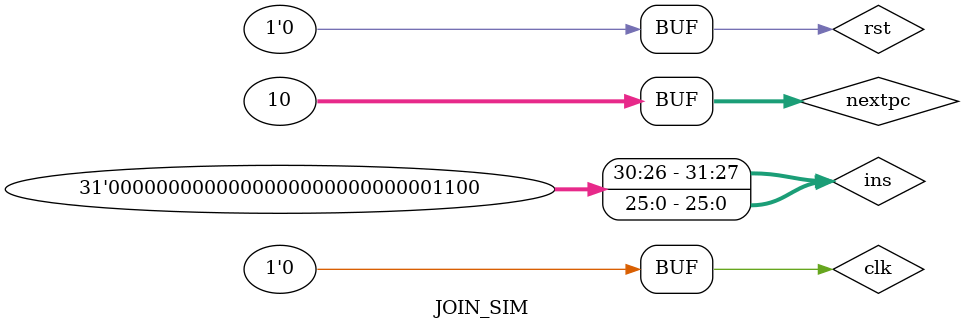
<source format=v>
`timescale 1ns / 100ps

module JOIN_SIM();
`include "common_param.vh"
reg clk, rst;
reg [31:0] ins, nextpc;
wire [31:0] newpc, test, sw_test;
//wire [31:0] rdata1, rdata2, ed32;

JOIN j0(
    .CLK(clk),
    .RST(rst),
    .Ins(ins),
    .nextPC(nextpc),
    .newPC(newpc),
    .TEST(test),
    .SW_TEST(sw_test)
);


always begin
        clk = 1;
  #0.8  clk = 0;
  #0.8;
end

initial begin
    rst = 0;
    nextpc = 32'd10;
    //wdata = 32'd0;8
    // ins[31:26] = R_FORM;//op
    // ins[25:21] = 5'd10;//t2
    // ins[20:16] = 5'd11;//t3
    // ins[15:11] = 5'd9;//t1
    // ins[10:6] = 5'd0;
    // ins[5:0] = ADD;//func

    // ins[31:26] = R_FORM;//op
    // ins[25:21] = 5'd10;//t2
    // ins[20:16] = 5'd11;//t3
    // ins[15:11] = 5'd9;//t1
    // ins[10:6] = 5'd5;
    // ins[5:0] = SLT;//func

    // ins[31:26] = SW;//op
    // ins[25:21] = 5'd10;// rs t2
    // ins[20:16] = 5'd11;// rt t3
    // ins[15:0] = 16'd4;//immd

    // ins[31:26] = BEQ;//op
    // ins[25:21] = 5'd10;// rs t2
    // ins[20:16] = 5'd11;// rt t3
    // ins[15:0] = 16'd7;//immd

    ins[31:26] = J;     //op
    ins[25:0] = 26'd12; //address
end






endmodule
</source>
